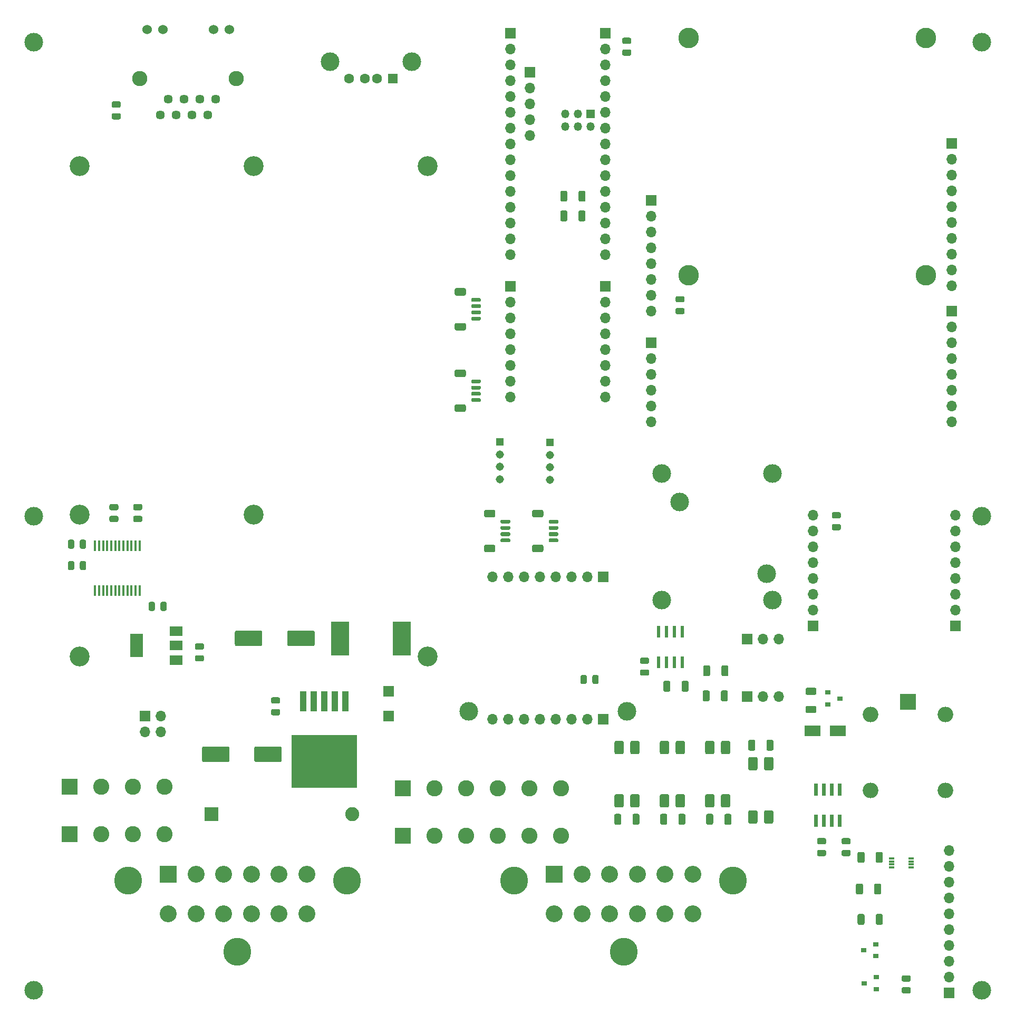
<source format=gbr>
%TF.GenerationSoftware,KiCad,Pcbnew,(5.1.10)-1*%
%TF.CreationDate,2022-08-04T08:13:07-06:00*%
%TF.ProjectId,AS14,41533134-2e6b-4696-9361-645f70636258,rev?*%
%TF.SameCoordinates,Original*%
%TF.FileFunction,Soldermask,Top*%
%TF.FilePolarity,Negative*%
%FSLAX46Y46*%
G04 Gerber Fmt 4.6, Leading zero omitted, Abs format (unit mm)*
G04 Created by KiCad (PCBNEW (5.1.10)-1) date 2022-08-04 08:13:07*
%MOMM*%
%LPD*%
G01*
G04 APERTURE LIST*
%ADD10C,3.300000*%
%ADD11C,4.485000*%
%ADD12C,2.715000*%
%ADD13R,2.715000X2.715000*%
%ADD14O,1.700000X1.700000*%
%ADD15R,1.700000X1.700000*%
%ADD16C,1.600000*%
%ADD17R,1.600000X1.500000*%
%ADD18C,3.000000*%
%ADD19R,0.900000X0.800000*%
%ADD20R,0.850000X0.300000*%
%ADD21R,2.000000X1.500000*%
%ADD22R,2.000000X3.800000*%
%ADD23C,2.999999*%
%ADD24C,3.200000*%
%ADD25R,0.450000X1.750000*%
%ADD26C,2.600000*%
%ADD27R,2.600000X2.600000*%
%ADD28O,2.500000X2.500000*%
%ADD29R,2.500000X2.500000*%
%ADD30R,1.800000X1.800000*%
%ADD31C,1.308000*%
%ADD32R,1.308000X1.308000*%
%ADD33C,2.445000*%
%ADD34C,1.530000*%
%ADD35C,1.446000*%
%ADD36R,2.250000X2.250000*%
%ADD37C,2.250000*%
%ADD38R,0.530000X1.980000*%
%ADD39R,2.500000X1.800000*%
%ADD40R,10.530000X8.460000*%
%ADD41R,1.050000X3.210000*%
%ADD42R,2.900000X5.400000*%
%ADD43O,1.350000X1.350000*%
%ADD44R,1.350000X1.350000*%
G04 APERTURE END LIST*
%TO.C,C18*%
G36*
G01*
X35796200Y-99459200D02*
X36746200Y-99459200D01*
G75*
G02*
X36996200Y-99709200I0J-250000D01*
G01*
X36996200Y-100209200D01*
G75*
G02*
X36746200Y-100459200I-250000J0D01*
G01*
X35796200Y-100459200D01*
G75*
G02*
X35546200Y-100209200I0J250000D01*
G01*
X35546200Y-99709200D01*
G75*
G02*
X35796200Y-99459200I250000J0D01*
G01*
G37*
G36*
G01*
X35796200Y-97559200D02*
X36746200Y-97559200D01*
G75*
G02*
X36996200Y-97809200I0J-250000D01*
G01*
X36996200Y-98309200D01*
G75*
G02*
X36746200Y-98559200I-250000J0D01*
G01*
X35796200Y-98559200D01*
G75*
G02*
X35546200Y-98309200I0J250000D01*
G01*
X35546200Y-97809200D01*
G75*
G02*
X35796200Y-97559200I250000J0D01*
G01*
G37*
%TD*%
%TO.C,C17*%
G36*
G01*
X153372800Y-153104000D02*
X154322800Y-153104000D01*
G75*
G02*
X154572800Y-153354000I0J-250000D01*
G01*
X154572800Y-153854000D01*
G75*
G02*
X154322800Y-154104000I-250000J0D01*
G01*
X153372800Y-154104000D01*
G75*
G02*
X153122800Y-153854000I0J250000D01*
G01*
X153122800Y-153354000D01*
G75*
G02*
X153372800Y-153104000I250000J0D01*
G01*
G37*
G36*
G01*
X153372800Y-151204000D02*
X154322800Y-151204000D01*
G75*
G02*
X154572800Y-151454000I0J-250000D01*
G01*
X154572800Y-151954000D01*
G75*
G02*
X154322800Y-152204000I-250000J0D01*
G01*
X153372800Y-152204000D01*
G75*
G02*
X153122800Y-151954000I0J250000D01*
G01*
X153122800Y-151454000D01*
G75*
G02*
X153372800Y-151204000I250000J0D01*
G01*
G37*
%TD*%
%TO.C,U7*%
G36*
G01*
X152548400Y-147413000D02*
X153064400Y-147413000D01*
G75*
G02*
X153106400Y-147455000I0J-42000D01*
G01*
X153106400Y-149341000D01*
G75*
G02*
X153064400Y-149383000I-42000J0D01*
G01*
X152548400Y-149383000D01*
G75*
G02*
X152506400Y-149341000I0J42000D01*
G01*
X152506400Y-147455000D01*
G75*
G02*
X152548400Y-147413000I42000J0D01*
G01*
G37*
G36*
G01*
X151278400Y-147413000D02*
X151794400Y-147413000D01*
G75*
G02*
X151836400Y-147455000I0J-42000D01*
G01*
X151836400Y-149341000D01*
G75*
G02*
X151794400Y-149383000I-42000J0D01*
G01*
X151278400Y-149383000D01*
G75*
G02*
X151236400Y-149341000I0J42000D01*
G01*
X151236400Y-147455000D01*
G75*
G02*
X151278400Y-147413000I42000J0D01*
G01*
G37*
G36*
G01*
X150008400Y-147413000D02*
X150524400Y-147413000D01*
G75*
G02*
X150566400Y-147455000I0J-42000D01*
G01*
X150566400Y-149341000D01*
G75*
G02*
X150524400Y-149383000I-42000J0D01*
G01*
X150008400Y-149383000D01*
G75*
G02*
X149966400Y-149341000I0J42000D01*
G01*
X149966400Y-147455000D01*
G75*
G02*
X150008400Y-147413000I42000J0D01*
G01*
G37*
G36*
G01*
X148738400Y-147413000D02*
X149254400Y-147413000D01*
G75*
G02*
X149296400Y-147455000I0J-42000D01*
G01*
X149296400Y-149341000D01*
G75*
G02*
X149254400Y-149383000I-42000J0D01*
G01*
X148738400Y-149383000D01*
G75*
G02*
X148696400Y-149341000I0J42000D01*
G01*
X148696400Y-147455000D01*
G75*
G02*
X148738400Y-147413000I42000J0D01*
G01*
G37*
G36*
G01*
X148738400Y-142463000D02*
X149254400Y-142463000D01*
G75*
G02*
X149296400Y-142505000I0J-42000D01*
G01*
X149296400Y-144391000D01*
G75*
G02*
X149254400Y-144433000I-42000J0D01*
G01*
X148738400Y-144433000D01*
G75*
G02*
X148696400Y-144391000I0J42000D01*
G01*
X148696400Y-142505000D01*
G75*
G02*
X148738400Y-142463000I42000J0D01*
G01*
G37*
G36*
G01*
X150008400Y-142463000D02*
X150524400Y-142463000D01*
G75*
G02*
X150566400Y-142505000I0J-42000D01*
G01*
X150566400Y-144391000D01*
G75*
G02*
X150524400Y-144433000I-42000J0D01*
G01*
X150008400Y-144433000D01*
G75*
G02*
X149966400Y-144391000I0J42000D01*
G01*
X149966400Y-142505000D01*
G75*
G02*
X150008400Y-142463000I42000J0D01*
G01*
G37*
G36*
G01*
X151278400Y-142463000D02*
X151794400Y-142463000D01*
G75*
G02*
X151836400Y-142505000I0J-42000D01*
G01*
X151836400Y-144391000D01*
G75*
G02*
X151794400Y-144433000I-42000J0D01*
G01*
X151278400Y-144433000D01*
G75*
G02*
X151236400Y-144391000I0J42000D01*
G01*
X151236400Y-142505000D01*
G75*
G02*
X151278400Y-142463000I42000J0D01*
G01*
G37*
G36*
G01*
X152548400Y-142463000D02*
X153064400Y-142463000D01*
G75*
G02*
X153106400Y-142505000I0J-42000D01*
G01*
X153106400Y-144391000D01*
G75*
G02*
X153064400Y-144433000I-42000J0D01*
G01*
X152548400Y-144433000D01*
G75*
G02*
X152506400Y-144391000I0J42000D01*
G01*
X152506400Y-142505000D01*
G75*
G02*
X152548400Y-142463000I42000J0D01*
G01*
G37*
%TD*%
D10*
%TO.C,REF\u002A\u002A*%
X128540000Y-60833000D03*
X128540000Y-22733000D03*
X166640000Y-22733000D03*
X166640000Y-60833000D03*
%TD*%
D11*
%TO.C,J28*%
X135655000Y-157992000D03*
X118115000Y-169422000D03*
X100575000Y-157992000D03*
D12*
X107000000Y-163322000D03*
X111445000Y-163322000D03*
X115890000Y-163322000D03*
X120340000Y-163322000D03*
X124785000Y-163322000D03*
X129230000Y-163322000D03*
X129230000Y-156972000D03*
X124785000Y-156972000D03*
X120340000Y-156972000D03*
X115890000Y-156972000D03*
X111445000Y-156972000D03*
D13*
X107000000Y-156972000D03*
%TD*%
D14*
%TO.C,J6*%
X103035600Y-38404800D03*
X103035600Y-35864800D03*
X103035600Y-33324800D03*
X103035600Y-30784800D03*
D15*
X103035600Y-28244800D03*
%TD*%
D16*
%TO.C,J5*%
X74051400Y-29260800D03*
X76551400Y-29260800D03*
X78551400Y-29260800D03*
D17*
X81051400Y-29260800D03*
D18*
X70981400Y-26550800D03*
X84121400Y-26550800D03*
%TD*%
D11*
%TO.C,J7*%
X73655000Y-157992000D03*
X56115000Y-169422000D03*
X38575000Y-157992000D03*
D12*
X45000000Y-163322000D03*
X49445000Y-163322000D03*
X53890000Y-163322000D03*
X58340000Y-163322000D03*
X62785000Y-163322000D03*
X67230000Y-163322000D03*
X67230000Y-156972000D03*
X62785000Y-156972000D03*
X58340000Y-156972000D03*
X53890000Y-156972000D03*
X49445000Y-156972000D03*
D13*
X45000000Y-156972000D03*
%TD*%
D19*
%TO.C,D2*%
X156734000Y-174498000D03*
X158734000Y-173548000D03*
X158734000Y-175448000D03*
%TD*%
%TO.C,R8*%
G36*
G01*
X133818200Y-124958001D02*
X133818200Y-123707999D01*
G75*
G02*
X134068199Y-123458000I249999J0D01*
G01*
X134693201Y-123458000D01*
G75*
G02*
X134943200Y-123707999I0J-249999D01*
G01*
X134943200Y-124958001D01*
G75*
G02*
X134693201Y-125208000I-249999J0D01*
G01*
X134068199Y-125208000D01*
G75*
G02*
X133818200Y-124958001I0J249999D01*
G01*
G37*
G36*
G01*
X130893200Y-124958001D02*
X130893200Y-123707999D01*
G75*
G02*
X131143199Y-123458000I249999J0D01*
G01*
X131768201Y-123458000D01*
G75*
G02*
X132018200Y-123707999I0J-249999D01*
G01*
X132018200Y-124958001D01*
G75*
G02*
X131768201Y-125208000I-249999J0D01*
G01*
X131143199Y-125208000D01*
G75*
G02*
X130893200Y-124958001I0J249999D01*
G01*
G37*
%TD*%
%TO.C,R5*%
G36*
G01*
X133742000Y-128996601D02*
X133742000Y-127746599D01*
G75*
G02*
X133991999Y-127496600I249999J0D01*
G01*
X134617001Y-127496600D01*
G75*
G02*
X134867000Y-127746599I0J-249999D01*
G01*
X134867000Y-128996601D01*
G75*
G02*
X134617001Y-129246600I-249999J0D01*
G01*
X133991999Y-129246600D01*
G75*
G02*
X133742000Y-128996601I0J249999D01*
G01*
G37*
G36*
G01*
X130817000Y-128996601D02*
X130817000Y-127746599D01*
G75*
G02*
X131066999Y-127496600I249999J0D01*
G01*
X131692001Y-127496600D01*
G75*
G02*
X131942000Y-127746599I0J-249999D01*
G01*
X131942000Y-128996601D01*
G75*
G02*
X131692001Y-129246600I-249999J0D01*
G01*
X131066999Y-129246600D01*
G75*
G02*
X130817000Y-128996601I0J249999D01*
G01*
G37*
%TD*%
%TO.C,R4*%
G36*
G01*
X158608600Y-164886801D02*
X158608600Y-163636799D01*
G75*
G02*
X158858599Y-163386800I249999J0D01*
G01*
X159483601Y-163386800D01*
G75*
G02*
X159733600Y-163636799I0J-249999D01*
G01*
X159733600Y-164886801D01*
G75*
G02*
X159483601Y-165136800I-249999J0D01*
G01*
X158858599Y-165136800D01*
G75*
G02*
X158608600Y-164886801I0J249999D01*
G01*
G37*
G36*
G01*
X155683600Y-164886801D02*
X155683600Y-163636799D01*
G75*
G02*
X155933599Y-163386800I249999J0D01*
G01*
X156558601Y-163386800D01*
G75*
G02*
X156808600Y-163636799I0J-249999D01*
G01*
X156808600Y-164886801D01*
G75*
G02*
X156558601Y-165136800I-249999J0D01*
G01*
X155933599Y-165136800D01*
G75*
G02*
X155683600Y-164886801I0J249999D01*
G01*
G37*
%TD*%
%TO.C,R3*%
G36*
G01*
X158608600Y-154930001D02*
X158608600Y-153679999D01*
G75*
G02*
X158858599Y-153430000I249999J0D01*
G01*
X159483601Y-153430000D01*
G75*
G02*
X159733600Y-153679999I0J-249999D01*
G01*
X159733600Y-154930001D01*
G75*
G02*
X159483601Y-155180000I-249999J0D01*
G01*
X158858599Y-155180000D01*
G75*
G02*
X158608600Y-154930001I0J249999D01*
G01*
G37*
G36*
G01*
X155683600Y-154930001D02*
X155683600Y-153679999D01*
G75*
G02*
X155933599Y-153430000I249999J0D01*
G01*
X156558601Y-153430000D01*
G75*
G02*
X156808600Y-153679999I0J-249999D01*
G01*
X156808600Y-154930001D01*
G75*
G02*
X156558601Y-155180000I-249999J0D01*
G01*
X155933599Y-155180000D01*
G75*
G02*
X155683600Y-154930001I0J249999D01*
G01*
G37*
%TD*%
%TO.C,R2*%
G36*
G01*
X158354600Y-160010001D02*
X158354600Y-158759999D01*
G75*
G02*
X158604599Y-158510000I249999J0D01*
G01*
X159229601Y-158510000D01*
G75*
G02*
X159479600Y-158759999I0J-249999D01*
G01*
X159479600Y-160010001D01*
G75*
G02*
X159229601Y-160260000I-249999J0D01*
G01*
X158604599Y-160260000D01*
G75*
G02*
X158354600Y-160010001I0J249999D01*
G01*
G37*
G36*
G01*
X155429600Y-160010001D02*
X155429600Y-158759999D01*
G75*
G02*
X155679599Y-158510000I249999J0D01*
G01*
X156304601Y-158510000D01*
G75*
G02*
X156554600Y-158759999I0J-249999D01*
G01*
X156554600Y-160010001D01*
G75*
G02*
X156304601Y-160260000I-249999J0D01*
G01*
X155679599Y-160260000D01*
G75*
G02*
X155429600Y-160010001I0J249999D01*
G01*
G37*
%TD*%
D20*
%TO.C,IC3*%
X164312800Y-155944000D03*
X164312800Y-155444000D03*
X164312800Y-154944000D03*
X164312800Y-154444000D03*
X161162800Y-154444000D03*
X161162800Y-154944000D03*
X161162800Y-155444000D03*
X161162800Y-155944000D03*
%TD*%
D19*
%TO.C,D4*%
X156632400Y-169189400D03*
X158632400Y-168239400D03*
X158632400Y-170139400D03*
%TD*%
%TO.C,C5*%
G36*
G01*
X163974800Y-174251200D02*
X163024800Y-174251200D01*
G75*
G02*
X162774800Y-174001200I0J250000D01*
G01*
X162774800Y-173501200D01*
G75*
G02*
X163024800Y-173251200I250000J0D01*
G01*
X163974800Y-173251200D01*
G75*
G02*
X164224800Y-173501200I0J-250000D01*
G01*
X164224800Y-174001200D01*
G75*
G02*
X163974800Y-174251200I-250000J0D01*
G01*
G37*
G36*
G01*
X163974800Y-176151200D02*
X163024800Y-176151200D01*
G75*
G02*
X162774800Y-175901200I0J250000D01*
G01*
X162774800Y-175401200D01*
G75*
G02*
X163024800Y-175151200I250000J0D01*
G01*
X163974800Y-175151200D01*
G75*
G02*
X164224800Y-175401200I0J-250000D01*
G01*
X164224800Y-175901200D01*
G75*
G02*
X163974800Y-176151200I-250000J0D01*
G01*
G37*
%TD*%
D14*
%TO.C,J16*%
X143027400Y-119278400D03*
X140487400Y-119278400D03*
D15*
X137947400Y-119278400D03*
%TD*%
D14*
%TO.C,J17*%
X143027400Y-128498600D03*
X140487400Y-128498600D03*
D15*
X137947400Y-128498600D03*
%TD*%
%TO.C,C16*%
G36*
G01*
X149435800Y-153104000D02*
X150385800Y-153104000D01*
G75*
G02*
X150635800Y-153354000I0J-250000D01*
G01*
X150635800Y-153854000D01*
G75*
G02*
X150385800Y-154104000I-250000J0D01*
G01*
X149435800Y-154104000D01*
G75*
G02*
X149185800Y-153854000I0J250000D01*
G01*
X149185800Y-153354000D01*
G75*
G02*
X149435800Y-153104000I250000J0D01*
G01*
G37*
G36*
G01*
X149435800Y-151204000D02*
X150385800Y-151204000D01*
G75*
G02*
X150635800Y-151454000I0J-250000D01*
G01*
X150635800Y-151954000D01*
G75*
G02*
X150385800Y-152204000I-250000J0D01*
G01*
X149435800Y-152204000D01*
G75*
G02*
X149185800Y-151954000I0J250000D01*
G01*
X149185800Y-151454000D01*
G75*
G02*
X149435800Y-151204000I250000J0D01*
G01*
G37*
%TD*%
D21*
%TO.C,IC1*%
X46253800Y-122594400D03*
X46253800Y-117994400D03*
X46253800Y-120294400D03*
D22*
X39953800Y-120294400D03*
%TD*%
D18*
%TO.C,M1*%
X141127600Y-108726000D03*
X127127600Y-97226000D03*
%TD*%
%TO.C,C11*%
G36*
G01*
X118143000Y-24580000D02*
X119093000Y-24580000D01*
G75*
G02*
X119343000Y-24830000I0J-250000D01*
G01*
X119343000Y-25330000D01*
G75*
G02*
X119093000Y-25580000I-250000J0D01*
G01*
X118143000Y-25580000D01*
G75*
G02*
X117893000Y-25330000I0J250000D01*
G01*
X117893000Y-24830000D01*
G75*
G02*
X118143000Y-24580000I250000J0D01*
G01*
G37*
G36*
G01*
X118143000Y-22680000D02*
X119093000Y-22680000D01*
G75*
G02*
X119343000Y-22930000I0J-250000D01*
G01*
X119343000Y-23430000D01*
G75*
G02*
X119093000Y-23680000I-250000J0D01*
G01*
X118143000Y-23680000D01*
G75*
G02*
X117893000Y-23430000I0J250000D01*
G01*
X117893000Y-22930000D01*
G75*
G02*
X118143000Y-22680000I250000J0D01*
G01*
G37*
%TD*%
D23*
%TO.C,REF\u002A\u002A*%
X124256800Y-92684600D03*
X142036800Y-92684600D03*
X142036800Y-113004600D03*
X124256800Y-113004600D03*
%TD*%
D18*
%TO.C,REF\u002A\u002A*%
X93245000Y-130837000D03*
X118645000Y-130837000D03*
%TD*%
%TO.C, *%
X175641000Y-175641000D03*
%TD*%
%TO.C, *%
X175641000Y-99504500D03*
%TD*%
%TO.C, *%
X175641000Y-23368000D03*
%TD*%
%TO.C, *%
X23368000Y-175641000D03*
%TD*%
%TO.C, *%
X23368000Y-99504500D03*
%TD*%
%TO.C, *%
X23368000Y-23368000D03*
%TD*%
D24*
%TO.C,REF\u002A\u002A*%
X58746000Y-43266000D03*
X58746000Y-99266000D03*
X30746000Y-99266000D03*
X30746000Y-43266000D03*
X86626000Y-43266000D03*
X86626000Y-122006000D03*
X30746000Y-122006000D03*
%TD*%
D14*
%TO.C,J11*%
X170383200Y-153187400D03*
X170383200Y-155727400D03*
X170383200Y-158267400D03*
X170383200Y-160807400D03*
X170383200Y-163347400D03*
X170383200Y-165887400D03*
X170383200Y-168427400D03*
X170383200Y-170967400D03*
X170383200Y-173507400D03*
D15*
X170383200Y-176047400D03*
%TD*%
%TO.C,C12*%
G36*
G01*
X126702800Y-66083600D02*
X127652800Y-66083600D01*
G75*
G02*
X127902800Y-66333600I0J-250000D01*
G01*
X127902800Y-66833600D01*
G75*
G02*
X127652800Y-67083600I-250000J0D01*
G01*
X126702800Y-67083600D01*
G75*
G02*
X126452800Y-66833600I0J250000D01*
G01*
X126452800Y-66333600D01*
G75*
G02*
X126702800Y-66083600I250000J0D01*
G01*
G37*
G36*
G01*
X126702800Y-64183600D02*
X127652800Y-64183600D01*
G75*
G02*
X127902800Y-64433600I0J-250000D01*
G01*
X127902800Y-64933600D01*
G75*
G02*
X127652800Y-65183600I-250000J0D01*
G01*
X126702800Y-65183600D01*
G75*
G02*
X126452800Y-64933600I0J250000D01*
G01*
X126452800Y-64433600D01*
G75*
G02*
X126702800Y-64183600I250000J0D01*
G01*
G37*
%TD*%
D14*
%TO.C,J23*%
X97025460Y-109273100D03*
X99565460Y-109273100D03*
X102105460Y-109273100D03*
X104645460Y-109273100D03*
X107185460Y-109273100D03*
X109725460Y-109273100D03*
X112265460Y-109273100D03*
D15*
X114805460Y-109273100D03*
%TD*%
%TO.C,C3*%
G36*
G01*
X29903000Y-106967000D02*
X29903000Y-107917000D01*
G75*
G02*
X29653000Y-108167000I-250000J0D01*
G01*
X29153000Y-108167000D01*
G75*
G02*
X28903000Y-107917000I0J250000D01*
G01*
X28903000Y-106967000D01*
G75*
G02*
X29153000Y-106717000I250000J0D01*
G01*
X29653000Y-106717000D01*
G75*
G02*
X29903000Y-106967000I0J-250000D01*
G01*
G37*
G36*
G01*
X31803000Y-106967000D02*
X31803000Y-107917000D01*
G75*
G02*
X31553000Y-108167000I-250000J0D01*
G01*
X31053000Y-108167000D01*
G75*
G02*
X30803000Y-107917000I0J250000D01*
G01*
X30803000Y-106967000D01*
G75*
G02*
X31053000Y-106717000I250000J0D01*
G01*
X31553000Y-106717000D01*
G75*
G02*
X31803000Y-106967000I0J-250000D01*
G01*
G37*
%TD*%
D25*
%TO.C,U1*%
X33255000Y-104223000D03*
X33905000Y-104223000D03*
X34555000Y-104223000D03*
X35205000Y-104223000D03*
X35855000Y-104223000D03*
X36505000Y-104223000D03*
X37155000Y-104223000D03*
X37805000Y-104223000D03*
X38455000Y-104223000D03*
X39105000Y-104223000D03*
X39755000Y-104223000D03*
X40405000Y-104223000D03*
X40405000Y-111423000D03*
X39755000Y-111423000D03*
X39105000Y-111423000D03*
X38455000Y-111423000D03*
X37805000Y-111423000D03*
X37155000Y-111423000D03*
X36505000Y-111423000D03*
X35855000Y-111423000D03*
X35205000Y-111423000D03*
X34555000Y-111423000D03*
X33905000Y-111423000D03*
X33255000Y-111423000D03*
%TD*%
%TO.C,C2*%
G36*
G01*
X29903000Y-103538000D02*
X29903000Y-104488000D01*
G75*
G02*
X29653000Y-104738000I-250000J0D01*
G01*
X29153000Y-104738000D01*
G75*
G02*
X28903000Y-104488000I0J250000D01*
G01*
X28903000Y-103538000D01*
G75*
G02*
X29153000Y-103288000I250000J0D01*
G01*
X29653000Y-103288000D01*
G75*
G02*
X29903000Y-103538000I0J-250000D01*
G01*
G37*
G36*
G01*
X31803000Y-103538000D02*
X31803000Y-104488000D01*
G75*
G02*
X31553000Y-104738000I-250000J0D01*
G01*
X31053000Y-104738000D01*
G75*
G02*
X30803000Y-104488000I0J250000D01*
G01*
X30803000Y-103538000D01*
G75*
G02*
X31053000Y-103288000I250000J0D01*
G01*
X31553000Y-103288000D01*
G75*
G02*
X31803000Y-103538000I0J-250000D01*
G01*
G37*
%TD*%
%TO.C,C1*%
G36*
G01*
X39631600Y-99459200D02*
X40581600Y-99459200D01*
G75*
G02*
X40831600Y-99709200I0J-250000D01*
G01*
X40831600Y-100209200D01*
G75*
G02*
X40581600Y-100459200I-250000J0D01*
G01*
X39631600Y-100459200D01*
G75*
G02*
X39381600Y-100209200I0J250000D01*
G01*
X39381600Y-99709200D01*
G75*
G02*
X39631600Y-99459200I250000J0D01*
G01*
G37*
G36*
G01*
X39631600Y-97559200D02*
X40581600Y-97559200D01*
G75*
G02*
X40831600Y-97809200I0J-250000D01*
G01*
X40831600Y-98309200D01*
G75*
G02*
X40581600Y-98559200I-250000J0D01*
G01*
X39631600Y-98559200D01*
G75*
G02*
X39381600Y-98309200I0J250000D01*
G01*
X39381600Y-97809200D01*
G75*
G02*
X39631600Y-97559200I250000J0D01*
G01*
G37*
%TD*%
%TO.C,C15*%
G36*
G01*
X113099000Y-126205000D02*
X113099000Y-125255000D01*
G75*
G02*
X113349000Y-125005000I250000J0D01*
G01*
X113849000Y-125005000D01*
G75*
G02*
X114099000Y-125255000I0J-250000D01*
G01*
X114099000Y-126205000D01*
G75*
G02*
X113849000Y-126455000I-250000J0D01*
G01*
X113349000Y-126455000D01*
G75*
G02*
X113099000Y-126205000I0J250000D01*
G01*
G37*
G36*
G01*
X111199000Y-126205000D02*
X111199000Y-125255000D01*
G75*
G02*
X111449000Y-125005000I250000J0D01*
G01*
X111949000Y-125005000D01*
G75*
G02*
X112199000Y-125255000I0J-250000D01*
G01*
X112199000Y-126205000D01*
G75*
G02*
X111949000Y-126455000I-250000J0D01*
G01*
X111449000Y-126455000D01*
G75*
G02*
X111199000Y-126205000I0J250000D01*
G01*
G37*
%TD*%
%TO.C,R9*%
G36*
G01*
X125617400Y-126197199D02*
X125617400Y-127447201D01*
G75*
G02*
X125367401Y-127697200I-249999J0D01*
G01*
X124742399Y-127697200D01*
G75*
G02*
X124492400Y-127447201I0J249999D01*
G01*
X124492400Y-126197199D01*
G75*
G02*
X124742399Y-125947200I249999J0D01*
G01*
X125367401Y-125947200D01*
G75*
G02*
X125617400Y-126197199I0J-249999D01*
G01*
G37*
G36*
G01*
X128542400Y-126197199D02*
X128542400Y-127447201D01*
G75*
G02*
X128292401Y-127697200I-249999J0D01*
G01*
X127667399Y-127697200D01*
G75*
G02*
X127417400Y-127447201I0J249999D01*
G01*
X127417400Y-126197199D01*
G75*
G02*
X127667399Y-125947200I249999J0D01*
G01*
X128292401Y-125947200D01*
G75*
G02*
X128542400Y-126197199I0J-249999D01*
G01*
G37*
%TD*%
D26*
%TO.C,KF2*%
X108038900Y-143178400D03*
X108038900Y-150798400D03*
X102958900Y-143178400D03*
X102958900Y-150798400D03*
X97878900Y-143178400D03*
X97878900Y-150798400D03*
X92798900Y-143178400D03*
X92798900Y-150798400D03*
X87718900Y-143178400D03*
X87718900Y-150798400D03*
D27*
X82638900Y-143178400D03*
X82638900Y-150798400D03*
%TD*%
D26*
%TO.C,KF1*%
X44373800Y-142949800D03*
X44373800Y-150569800D03*
X39293800Y-142949800D03*
X39293800Y-150569800D03*
X34213800Y-142949800D03*
X34213800Y-150569800D03*
D27*
X29133800Y-142949800D03*
X29133800Y-150569800D03*
%TD*%
D28*
%TO.C,K1*%
X169753800Y-131336800D03*
X169753800Y-143536800D03*
X157753800Y-143536800D03*
X157753800Y-131336800D03*
D29*
X163753800Y-129336800D03*
%TD*%
D30*
%TO.C,D3*%
X80365600Y-131616200D03*
X80365600Y-127616200D03*
%TD*%
D31*
%TO.C,J2*%
X106299000Y-93678000D03*
X106299000Y-91678000D03*
X106299000Y-89678000D03*
D32*
X106299000Y-87678000D03*
%TD*%
D15*
%TO.C,J8*%
X41249600Y-131572000D03*
D14*
X41249600Y-134112000D03*
X43789600Y-131572000D03*
X43789600Y-134112000D03*
%TD*%
D33*
%TO.C,J9*%
X40464200Y-29288200D03*
X55954200Y-29288200D03*
D34*
X41584200Y-21338200D03*
X44124200Y-21338200D03*
X52294200Y-21338200D03*
X54834200Y-21338200D03*
D35*
X43764200Y-35128200D03*
X45034200Y-32588200D03*
X46304200Y-35128200D03*
X47574200Y-32588200D03*
X48844200Y-35128200D03*
X50114200Y-32588200D03*
X51384200Y-35128200D03*
X52654200Y-32588200D03*
%TD*%
%TO.C,R1*%
G36*
G01*
X147583998Y-129997500D02*
X148834002Y-129997500D01*
G75*
G02*
X149084000Y-130247498I0J-249998D01*
G01*
X149084000Y-130872502D01*
G75*
G02*
X148834002Y-131122500I-249998J0D01*
G01*
X147583998Y-131122500D01*
G75*
G02*
X147334000Y-130872502I0J249998D01*
G01*
X147334000Y-130247498D01*
G75*
G02*
X147583998Y-129997500I249998J0D01*
G01*
G37*
G36*
G01*
X147583998Y-127072500D02*
X148834002Y-127072500D01*
G75*
G02*
X149084000Y-127322498I0J-249998D01*
G01*
X149084000Y-127947502D01*
G75*
G02*
X148834002Y-128197500I-249998J0D01*
G01*
X147583998Y-128197500D01*
G75*
G02*
X147334000Y-127947502I0J249998D01*
G01*
X147334000Y-127322498D01*
G75*
G02*
X147583998Y-127072500I249998J0D01*
G01*
G37*
%TD*%
%TO.C,R11*%
G36*
G01*
X132500800Y-147558598D02*
X132500800Y-148808602D01*
G75*
G02*
X132250802Y-149058600I-249998J0D01*
G01*
X131625798Y-149058600D01*
G75*
G02*
X131375800Y-148808602I0J249998D01*
G01*
X131375800Y-147558598D01*
G75*
G02*
X131625798Y-147308600I249998J0D01*
G01*
X132250802Y-147308600D01*
G75*
G02*
X132500800Y-147558598I0J-249998D01*
G01*
G37*
G36*
G01*
X135425800Y-147558598D02*
X135425800Y-148808602D01*
G75*
G02*
X135175802Y-149058600I-249998J0D01*
G01*
X134550798Y-149058600D01*
G75*
G02*
X134300800Y-148808602I0J249998D01*
G01*
X134300800Y-147558598D01*
G75*
G02*
X134550798Y-147308600I249998J0D01*
G01*
X135175802Y-147308600D01*
G75*
G02*
X135425800Y-147558598I0J-249998D01*
G01*
G37*
%TD*%
%TO.C,R12*%
G36*
G01*
X125122100Y-147558598D02*
X125122100Y-148808602D01*
G75*
G02*
X124872102Y-149058600I-249998J0D01*
G01*
X124247098Y-149058600D01*
G75*
G02*
X123997100Y-148808602I0J249998D01*
G01*
X123997100Y-147558598D01*
G75*
G02*
X124247098Y-147308600I249998J0D01*
G01*
X124872102Y-147308600D01*
G75*
G02*
X125122100Y-147558598I0J-249998D01*
G01*
G37*
G36*
G01*
X128047100Y-147558598D02*
X128047100Y-148808602D01*
G75*
G02*
X127797102Y-149058600I-249998J0D01*
G01*
X127172098Y-149058600D01*
G75*
G02*
X126922100Y-148808602I0J249998D01*
G01*
X126922100Y-147558598D01*
G75*
G02*
X127172098Y-147308600I249998J0D01*
G01*
X127797102Y-147308600D01*
G75*
G02*
X128047100Y-147558598I0J-249998D01*
G01*
G37*
%TD*%
%TO.C,R13*%
G36*
G01*
X117743400Y-147558598D02*
X117743400Y-148808602D01*
G75*
G02*
X117493402Y-149058600I-249998J0D01*
G01*
X116868398Y-149058600D01*
G75*
G02*
X116618400Y-148808602I0J249998D01*
G01*
X116618400Y-147558598D01*
G75*
G02*
X116868398Y-147308600I249998J0D01*
G01*
X117493402Y-147308600D01*
G75*
G02*
X117743400Y-147558598I0J-249998D01*
G01*
G37*
G36*
G01*
X120668400Y-147558598D02*
X120668400Y-148808602D01*
G75*
G02*
X120418402Y-149058600I-249998J0D01*
G01*
X119793398Y-149058600D01*
G75*
G02*
X119543400Y-148808602I0J249998D01*
G01*
X119543400Y-147558598D01*
G75*
G02*
X119793398Y-147308600I249998J0D01*
G01*
X120418402Y-147308600D01*
G75*
G02*
X120668400Y-147558598I0J-249998D01*
G01*
G37*
%TD*%
D36*
%TO.C,D5*%
X51943000Y-147320000D03*
D37*
X74543000Y-147320000D03*
%TD*%
%TO.C,R6*%
G36*
G01*
X109082000Y-47507997D02*
X109082000Y-48758003D01*
G75*
G02*
X108832003Y-49008000I-249997J0D01*
G01*
X108206997Y-49008000D01*
G75*
G02*
X107957000Y-48758003I0J249997D01*
G01*
X107957000Y-47507997D01*
G75*
G02*
X108206997Y-47258000I249997J0D01*
G01*
X108832003Y-47258000D01*
G75*
G02*
X109082000Y-47507997I0J-249997D01*
G01*
G37*
G36*
G01*
X112007000Y-47507997D02*
X112007000Y-48758003D01*
G75*
G02*
X111757003Y-49008000I-249997J0D01*
G01*
X111131997Y-49008000D01*
G75*
G02*
X110882000Y-48758003I0J249997D01*
G01*
X110882000Y-47507997D01*
G75*
G02*
X111131997Y-47258000I249997J0D01*
G01*
X111757003Y-47258000D01*
G75*
G02*
X112007000Y-47507997I0J-249997D01*
G01*
G37*
%TD*%
%TO.C,R7*%
G36*
G01*
X109082000Y-50682997D02*
X109082000Y-51933003D01*
G75*
G02*
X108832003Y-52183000I-249997J0D01*
G01*
X108206997Y-52183000D01*
G75*
G02*
X107957000Y-51933003I0J249997D01*
G01*
X107957000Y-50682997D01*
G75*
G02*
X108206997Y-50433000I249997J0D01*
G01*
X108832003Y-50433000D01*
G75*
G02*
X109082000Y-50682997I0J-249997D01*
G01*
G37*
G36*
G01*
X112007000Y-50682997D02*
X112007000Y-51933003D01*
G75*
G02*
X111757003Y-52183000I-249997J0D01*
G01*
X111131997Y-52183000D01*
G75*
G02*
X110882000Y-51933003I0J249997D01*
G01*
X110882000Y-50682997D01*
G75*
G02*
X111131997Y-50433000I249997J0D01*
G01*
X111757003Y-50433000D01*
G75*
G02*
X112007000Y-50682997I0J-249997D01*
G01*
G37*
%TD*%
%TO.C,C4*%
G36*
G01*
X36177200Y-34816200D02*
X37127200Y-34816200D01*
G75*
G02*
X37377200Y-35066200I0J-250000D01*
G01*
X37377200Y-35566200D01*
G75*
G02*
X37127200Y-35816200I-250000J0D01*
G01*
X36177200Y-35816200D01*
G75*
G02*
X35927200Y-35566200I0J250000D01*
G01*
X35927200Y-35066200D01*
G75*
G02*
X36177200Y-34816200I250000J0D01*
G01*
G37*
G36*
G01*
X36177200Y-32916200D02*
X37127200Y-32916200D01*
G75*
G02*
X37377200Y-33166200I0J-250000D01*
G01*
X37377200Y-33666200D01*
G75*
G02*
X37127200Y-33916200I-250000J0D01*
G01*
X36177200Y-33916200D01*
G75*
G02*
X35927200Y-33666200I0J250000D01*
G01*
X35927200Y-33166200D01*
G75*
G02*
X36177200Y-32916200I250000J0D01*
G01*
G37*
%TD*%
D14*
%TO.C,J15*%
X115224800Y-80365600D03*
X115224800Y-77825600D03*
X115224800Y-75285600D03*
X115224800Y-72745600D03*
X115224800Y-70205600D03*
X115224800Y-67665600D03*
X115224800Y-65125600D03*
D15*
X115224800Y-62585600D03*
%TD*%
D38*
%TO.C,U2*%
X127584200Y-122988000D03*
X126314200Y-122988000D03*
X125044200Y-122988000D03*
X123774200Y-122988000D03*
X123774200Y-118058000D03*
X125044200Y-118058000D03*
X126314200Y-118058000D03*
X127584200Y-118058000D03*
%TD*%
%TO.C,C6*%
G36*
G01*
X49537600Y-121846800D02*
X50487600Y-121846800D01*
G75*
G02*
X50737600Y-122096800I0J-250000D01*
G01*
X50737600Y-122596800D01*
G75*
G02*
X50487600Y-122846800I-250000J0D01*
G01*
X49537600Y-122846800D01*
G75*
G02*
X49287600Y-122596800I0J250000D01*
G01*
X49287600Y-122096800D01*
G75*
G02*
X49537600Y-121846800I250000J0D01*
G01*
G37*
G36*
G01*
X49537600Y-119946800D02*
X50487600Y-119946800D01*
G75*
G02*
X50737600Y-120196800I0J-250000D01*
G01*
X50737600Y-120696800D01*
G75*
G02*
X50487600Y-120946800I-250000J0D01*
G01*
X49537600Y-120946800D01*
G75*
G02*
X49287600Y-120696800I0J250000D01*
G01*
X49287600Y-120196800D01*
G75*
G02*
X49537600Y-119946800I250000J0D01*
G01*
G37*
%TD*%
D39*
%TO.C,D1*%
X148495000Y-133985000D03*
X152495000Y-133985000D03*
%TD*%
D40*
%TO.C,IC2*%
X70040500Y-138869300D03*
D41*
X66640500Y-129239300D03*
X68340500Y-129239300D03*
X70040500Y-129239300D03*
X71740500Y-129239300D03*
X73440500Y-129239300D03*
%TD*%
%TO.C,C8*%
G36*
G01*
X62705000Y-129598000D02*
X61755000Y-129598000D01*
G75*
G02*
X61505000Y-129348000I0J250000D01*
G01*
X61505000Y-128848000D01*
G75*
G02*
X61755000Y-128598000I250000J0D01*
G01*
X62705000Y-128598000D01*
G75*
G02*
X62955000Y-128848000I0J-250000D01*
G01*
X62955000Y-129348000D01*
G75*
G02*
X62705000Y-129598000I-250000J0D01*
G01*
G37*
G36*
G01*
X62705000Y-131498000D02*
X61755000Y-131498000D01*
G75*
G02*
X61505000Y-131248000I0J250000D01*
G01*
X61505000Y-130748000D01*
G75*
G02*
X61755000Y-130498000I250000J0D01*
G01*
X62705000Y-130498000D01*
G75*
G02*
X62955000Y-130748000I0J-250000D01*
G01*
X62955000Y-131248000D01*
G75*
G02*
X62705000Y-131498000I-250000J0D01*
G01*
G37*
%TD*%
D42*
%TO.C,L1*%
X72596200Y-119126000D03*
X82496200Y-119126000D03*
%TD*%
%TO.C,C10*%
G36*
G01*
X60103000Y-118126000D02*
X60103000Y-120126000D01*
G75*
G02*
X59853000Y-120376000I-250000J0D01*
G01*
X55953000Y-120376000D01*
G75*
G02*
X55703000Y-120126000I0J250000D01*
G01*
X55703000Y-118126000D01*
G75*
G02*
X55953000Y-117876000I250000J0D01*
G01*
X59853000Y-117876000D01*
G75*
G02*
X60103000Y-118126000I0J-250000D01*
G01*
G37*
G36*
G01*
X68503000Y-118126000D02*
X68503000Y-120126000D01*
G75*
G02*
X68253000Y-120376000I-250000J0D01*
G01*
X64353000Y-120376000D01*
G75*
G02*
X64103000Y-120126000I0J250000D01*
G01*
X64103000Y-118126000D01*
G75*
G02*
X64353000Y-117876000I250000J0D01*
G01*
X68253000Y-117876000D01*
G75*
G02*
X68503000Y-118126000I0J-250000D01*
G01*
G37*
%TD*%
%TO.C,C9*%
G36*
G01*
X54819800Y-136744200D02*
X54819800Y-138744200D01*
G75*
G02*
X54569800Y-138994200I-250000J0D01*
G01*
X50669800Y-138994200D01*
G75*
G02*
X50419800Y-138744200I0J250000D01*
G01*
X50419800Y-136744200D01*
G75*
G02*
X50669800Y-136494200I250000J0D01*
G01*
X54569800Y-136494200D01*
G75*
G02*
X54819800Y-136744200I0J-250000D01*
G01*
G37*
G36*
G01*
X63219800Y-136744200D02*
X63219800Y-138744200D01*
G75*
G02*
X62969800Y-138994200I-250000J0D01*
G01*
X59069800Y-138994200D01*
G75*
G02*
X58819800Y-138744200I0J250000D01*
G01*
X58819800Y-136744200D01*
G75*
G02*
X59069800Y-136494200I250000J0D01*
G01*
X62969800Y-136494200D01*
G75*
G02*
X63219800Y-136744200I0J-250000D01*
G01*
G37*
%TD*%
%TO.C,R10*%
G36*
G01*
X141057200Y-136921403D02*
X141057200Y-135671397D01*
G75*
G02*
X141307197Y-135421400I249997J0D01*
G01*
X141932203Y-135421400D01*
G75*
G02*
X142182200Y-135671397I0J-249997D01*
G01*
X142182200Y-136921403D01*
G75*
G02*
X141932203Y-137171400I-249997J0D01*
G01*
X141307197Y-137171400D01*
G75*
G02*
X141057200Y-136921403I0J249997D01*
G01*
G37*
G36*
G01*
X138132200Y-136921403D02*
X138132200Y-135671397D01*
G75*
G02*
X138382197Y-135421400I249997J0D01*
G01*
X139007203Y-135421400D01*
G75*
G02*
X139257200Y-135671397I0J-249997D01*
G01*
X139257200Y-136921403D01*
G75*
G02*
X139007203Y-137171400I-249997J0D01*
G01*
X138382197Y-137171400D01*
G75*
G02*
X138132200Y-136921403I0J249997D01*
G01*
G37*
%TD*%
%TO.C,U3*%
G36*
G01*
X140953600Y-146740400D02*
X141900800Y-146740400D01*
G75*
G02*
X142167200Y-147006800I0J-266400D01*
G01*
X142167200Y-148624000D01*
G75*
G02*
X141900800Y-148890400I-266400J0D01*
G01*
X140953600Y-148890400D01*
G75*
G02*
X140687200Y-148624000I0J266400D01*
G01*
X140687200Y-147006800D01*
G75*
G02*
X140953600Y-146740400I266400J0D01*
G01*
G37*
G36*
G01*
X138413600Y-146740400D02*
X139360800Y-146740400D01*
G75*
G02*
X139627200Y-147006800I0J-266400D01*
G01*
X139627200Y-148624000D01*
G75*
G02*
X139360800Y-148890400I-266400J0D01*
G01*
X138413600Y-148890400D01*
G75*
G02*
X138147200Y-148624000I0J266400D01*
G01*
X138147200Y-147006800D01*
G75*
G02*
X138413600Y-146740400I266400J0D01*
G01*
G37*
G36*
G01*
X138413600Y-138180400D02*
X139360800Y-138180400D01*
G75*
G02*
X139627200Y-138446800I0J-266400D01*
G01*
X139627200Y-140064000D01*
G75*
G02*
X139360800Y-140330400I-266400J0D01*
G01*
X138413600Y-140330400D01*
G75*
G02*
X138147200Y-140064000I0J266400D01*
G01*
X138147200Y-138446800D01*
G75*
G02*
X138413600Y-138180400I266400J0D01*
G01*
G37*
G36*
G01*
X140953600Y-138180400D02*
X141900800Y-138180400D01*
G75*
G02*
X142167200Y-138446800I0J-266400D01*
G01*
X142167200Y-140064000D01*
G75*
G02*
X141900800Y-140330400I-266400J0D01*
G01*
X140953600Y-140330400D01*
G75*
G02*
X140687200Y-140064000I0J266400D01*
G01*
X140687200Y-138446800D01*
G75*
G02*
X140953600Y-138180400I266400J0D01*
G01*
G37*
%TD*%
D14*
%TO.C,J22*%
X148522000Y-99362300D03*
X148522000Y-101902300D03*
X148522000Y-104442300D03*
X148522000Y-106982300D03*
X148522000Y-109522300D03*
X148522000Y-112062300D03*
X148522000Y-114602300D03*
D15*
X148522000Y-117142300D03*
%TD*%
D14*
%TO.C,J24*%
X171382000Y-99362300D03*
X171382000Y-101902300D03*
X171382000Y-104442300D03*
X171382000Y-106982300D03*
X171382000Y-109522300D03*
X171382000Y-112062300D03*
X171382000Y-114602300D03*
D15*
X171382000Y-117142300D03*
%TD*%
%TO.C,C14*%
G36*
G01*
X151798000Y-100780000D02*
X152748000Y-100780000D01*
G75*
G02*
X152998000Y-101030000I0J-250000D01*
G01*
X152998000Y-101530000D01*
G75*
G02*
X152748000Y-101780000I-250000J0D01*
G01*
X151798000Y-101780000D01*
G75*
G02*
X151548000Y-101530000I0J250000D01*
G01*
X151548000Y-101030000D01*
G75*
G02*
X151798000Y-100780000I250000J0D01*
G01*
G37*
G36*
G01*
X151798000Y-98880000D02*
X152748000Y-98880000D01*
G75*
G02*
X152998000Y-99130000I0J-250000D01*
G01*
X152998000Y-99630000D01*
G75*
G02*
X152748000Y-99880000I-250000J0D01*
G01*
X151798000Y-99880000D01*
G75*
G02*
X151548000Y-99630000I0J250000D01*
G01*
X151548000Y-99130000D01*
G75*
G02*
X151798000Y-98880000I250000J0D01*
G01*
G37*
%TD*%
%TO.C,U5*%
G36*
G01*
X125153733Y-137739600D02*
X124206533Y-137739600D01*
G75*
G02*
X123940133Y-137473200I0J266400D01*
G01*
X123940133Y-135856000D01*
G75*
G02*
X124206533Y-135589600I266400J0D01*
G01*
X125153733Y-135589600D01*
G75*
G02*
X125420133Y-135856000I0J-266400D01*
G01*
X125420133Y-137473200D01*
G75*
G02*
X125153733Y-137739600I-266400J0D01*
G01*
G37*
G36*
G01*
X127693733Y-137739600D02*
X126746533Y-137739600D01*
G75*
G02*
X126480133Y-137473200I0J266400D01*
G01*
X126480133Y-135856000D01*
G75*
G02*
X126746533Y-135589600I266400J0D01*
G01*
X127693733Y-135589600D01*
G75*
G02*
X127960133Y-135856000I0J-266400D01*
G01*
X127960133Y-137473200D01*
G75*
G02*
X127693733Y-137739600I-266400J0D01*
G01*
G37*
G36*
G01*
X127693733Y-146299600D02*
X126746533Y-146299600D01*
G75*
G02*
X126480133Y-146033200I0J266400D01*
G01*
X126480133Y-144416000D01*
G75*
G02*
X126746533Y-144149600I266400J0D01*
G01*
X127693733Y-144149600D01*
G75*
G02*
X127960133Y-144416000I0J-266400D01*
G01*
X127960133Y-146033200D01*
G75*
G02*
X127693733Y-146299600I-266400J0D01*
G01*
G37*
G36*
G01*
X125153733Y-146299600D02*
X124206533Y-146299600D01*
G75*
G02*
X123940133Y-146033200I0J266400D01*
G01*
X123940133Y-144416000D01*
G75*
G02*
X124206533Y-144149600I266400J0D01*
G01*
X125153733Y-144149600D01*
G75*
G02*
X125420133Y-144416000I0J-266400D01*
G01*
X125420133Y-146033200D01*
G75*
G02*
X125153733Y-146299600I-266400J0D01*
G01*
G37*
%TD*%
%TO.C,U6*%
G36*
G01*
X117872400Y-137739600D02*
X116925200Y-137739600D01*
G75*
G02*
X116658800Y-137473200I0J266400D01*
G01*
X116658800Y-135856000D01*
G75*
G02*
X116925200Y-135589600I266400J0D01*
G01*
X117872400Y-135589600D01*
G75*
G02*
X118138800Y-135856000I0J-266400D01*
G01*
X118138800Y-137473200D01*
G75*
G02*
X117872400Y-137739600I-266400J0D01*
G01*
G37*
G36*
G01*
X120412400Y-137739600D02*
X119465200Y-137739600D01*
G75*
G02*
X119198800Y-137473200I0J266400D01*
G01*
X119198800Y-135856000D01*
G75*
G02*
X119465200Y-135589600I266400J0D01*
G01*
X120412400Y-135589600D01*
G75*
G02*
X120678800Y-135856000I0J-266400D01*
G01*
X120678800Y-137473200D01*
G75*
G02*
X120412400Y-137739600I-266400J0D01*
G01*
G37*
G36*
G01*
X120412400Y-146299600D02*
X119465200Y-146299600D01*
G75*
G02*
X119198800Y-146033200I0J266400D01*
G01*
X119198800Y-144416000D01*
G75*
G02*
X119465200Y-144149600I266400J0D01*
G01*
X120412400Y-144149600D01*
G75*
G02*
X120678800Y-144416000I0J-266400D01*
G01*
X120678800Y-146033200D01*
G75*
G02*
X120412400Y-146299600I-266400J0D01*
G01*
G37*
G36*
G01*
X117872400Y-146299600D02*
X116925200Y-146299600D01*
G75*
G02*
X116658800Y-146033200I0J266400D01*
G01*
X116658800Y-144416000D01*
G75*
G02*
X116925200Y-144149600I266400J0D01*
G01*
X117872400Y-144149600D01*
G75*
G02*
X118138800Y-144416000I0J-266400D01*
G01*
X118138800Y-146033200D01*
G75*
G02*
X117872400Y-146299600I-266400J0D01*
G01*
G37*
%TD*%
%TO.C,J1*%
G36*
G01*
X104987001Y-99698800D02*
X103686999Y-99698800D01*
G75*
G02*
X103437000Y-99448801I0J249999D01*
G01*
X103437000Y-98748799D01*
G75*
G02*
X103686999Y-98498800I249999J0D01*
G01*
X104987001Y-98498800D01*
G75*
G02*
X105237000Y-98748799I0J-249999D01*
G01*
X105237000Y-99448801D01*
G75*
G02*
X104987001Y-99698800I-249999J0D01*
G01*
G37*
G36*
G01*
X104987001Y-105298800D02*
X103686999Y-105298800D01*
G75*
G02*
X103437000Y-105048801I0J249999D01*
G01*
X103437000Y-104348799D01*
G75*
G02*
X103686999Y-104098800I249999J0D01*
G01*
X104987001Y-104098800D01*
G75*
G02*
X105237000Y-104348799I0J-249999D01*
G01*
X105237000Y-105048801D01*
G75*
G02*
X104987001Y-105298800I-249999J0D01*
G01*
G37*
G36*
G01*
X107487000Y-100698800D02*
X106237000Y-100698800D01*
G75*
G02*
X106087000Y-100548800I0J150000D01*
G01*
X106087000Y-100248800D01*
G75*
G02*
X106237000Y-100098800I150000J0D01*
G01*
X107487000Y-100098800D01*
G75*
G02*
X107637000Y-100248800I0J-150000D01*
G01*
X107637000Y-100548800D01*
G75*
G02*
X107487000Y-100698800I-150000J0D01*
G01*
G37*
G36*
G01*
X107487000Y-101698800D02*
X106237000Y-101698800D01*
G75*
G02*
X106087000Y-101548800I0J150000D01*
G01*
X106087000Y-101248800D01*
G75*
G02*
X106237000Y-101098800I150000J0D01*
G01*
X107487000Y-101098800D01*
G75*
G02*
X107637000Y-101248800I0J-150000D01*
G01*
X107637000Y-101548800D01*
G75*
G02*
X107487000Y-101698800I-150000J0D01*
G01*
G37*
G36*
G01*
X107487000Y-102698800D02*
X106237000Y-102698800D01*
G75*
G02*
X106087000Y-102548800I0J150000D01*
G01*
X106087000Y-102248800D01*
G75*
G02*
X106237000Y-102098800I150000J0D01*
G01*
X107487000Y-102098800D01*
G75*
G02*
X107637000Y-102248800I0J-150000D01*
G01*
X107637000Y-102548800D01*
G75*
G02*
X107487000Y-102698800I-150000J0D01*
G01*
G37*
G36*
G01*
X107487000Y-103698800D02*
X106237000Y-103698800D01*
G75*
G02*
X106087000Y-103548800I0J150000D01*
G01*
X106087000Y-103248800D01*
G75*
G02*
X106237000Y-103098800I150000J0D01*
G01*
X107487000Y-103098800D01*
G75*
G02*
X107637000Y-103248800I0J-150000D01*
G01*
X107637000Y-103548800D01*
G75*
G02*
X107487000Y-103698800I-150000J0D01*
G01*
G37*
%TD*%
%TO.C,C13*%
G36*
G01*
X121013200Y-124132800D02*
X121963200Y-124132800D01*
G75*
G02*
X122213200Y-124382800I0J-250000D01*
G01*
X122213200Y-124882800D01*
G75*
G02*
X121963200Y-125132800I-250000J0D01*
G01*
X121013200Y-125132800D01*
G75*
G02*
X120763200Y-124882800I0J250000D01*
G01*
X120763200Y-124382800D01*
G75*
G02*
X121013200Y-124132800I250000J0D01*
G01*
G37*
G36*
G01*
X121013200Y-122232800D02*
X121963200Y-122232800D01*
G75*
G02*
X122213200Y-122482800I0J-250000D01*
G01*
X122213200Y-122982800D01*
G75*
G02*
X121963200Y-123232800I-250000J0D01*
G01*
X121013200Y-123232800D01*
G75*
G02*
X120763200Y-122982800I0J250000D01*
G01*
X120763200Y-122482800D01*
G75*
G02*
X121013200Y-122232800I250000J0D01*
G01*
G37*
%TD*%
D31*
%TO.C,J4*%
X98209100Y-93578700D03*
X98209100Y-91578700D03*
X98209100Y-89578700D03*
D32*
X98209100Y-87578700D03*
%TD*%
%TO.C,U4*%
G36*
G01*
X132435066Y-137739600D02*
X131487866Y-137739600D01*
G75*
G02*
X131221466Y-137473200I0J266400D01*
G01*
X131221466Y-135856000D01*
G75*
G02*
X131487866Y-135589600I266400J0D01*
G01*
X132435066Y-135589600D01*
G75*
G02*
X132701466Y-135856000I0J-266400D01*
G01*
X132701466Y-137473200D01*
G75*
G02*
X132435066Y-137739600I-266400J0D01*
G01*
G37*
G36*
G01*
X134975066Y-137739600D02*
X134027866Y-137739600D01*
G75*
G02*
X133761466Y-137473200I0J266400D01*
G01*
X133761466Y-135856000D01*
G75*
G02*
X134027866Y-135589600I266400J0D01*
G01*
X134975066Y-135589600D01*
G75*
G02*
X135241466Y-135856000I0J-266400D01*
G01*
X135241466Y-137473200D01*
G75*
G02*
X134975066Y-137739600I-266400J0D01*
G01*
G37*
G36*
G01*
X134975066Y-146299600D02*
X134027866Y-146299600D01*
G75*
G02*
X133761466Y-146033200I0J266400D01*
G01*
X133761466Y-144416000D01*
G75*
G02*
X134027866Y-144149600I266400J0D01*
G01*
X134975066Y-144149600D01*
G75*
G02*
X135241466Y-144416000I0J-266400D01*
G01*
X135241466Y-146033200D01*
G75*
G02*
X134975066Y-146299600I-266400J0D01*
G01*
G37*
G36*
G01*
X132435066Y-146299600D02*
X131487866Y-146299600D01*
G75*
G02*
X131221466Y-146033200I0J266400D01*
G01*
X131221466Y-144416000D01*
G75*
G02*
X131487866Y-144149600I266400J0D01*
G01*
X132435066Y-144149600D01*
G75*
G02*
X132701466Y-144416000I0J-266400D01*
G01*
X132701466Y-146033200D01*
G75*
G02*
X132435066Y-146299600I-266400J0D01*
G01*
G37*
%TD*%
D19*
%TO.C,Q1*%
X152892000Y-128778000D03*
X150892000Y-129728000D03*
X150892000Y-127828000D03*
%TD*%
D14*
%TO.C,J27*%
X170800000Y-84328000D03*
X170800000Y-81788000D03*
X170800000Y-79248000D03*
X170800000Y-76708000D03*
X170800000Y-74168000D03*
X170800000Y-71628000D03*
X170800000Y-69088000D03*
D15*
X170800000Y-66548000D03*
%TD*%
D14*
%TO.C,J26*%
X170800000Y-62488000D03*
X170800000Y-59948000D03*
X170800000Y-57408000D03*
X170800000Y-54868000D03*
X170800000Y-52328000D03*
X170800000Y-49788000D03*
X170800000Y-47248000D03*
X170800000Y-44708000D03*
X170800000Y-42168000D03*
D15*
X170800000Y-39628000D03*
%TD*%
D14*
%TO.C,J21*%
X122540000Y-84328000D03*
X122540000Y-81788000D03*
X122540000Y-79248000D03*
X122540000Y-76708000D03*
X122540000Y-74168000D03*
D15*
X122540000Y-71628000D03*
%TD*%
D14*
%TO.C,J20*%
X122540000Y-66548000D03*
X122540000Y-64008000D03*
X122540000Y-61468000D03*
X122540000Y-58928000D03*
X122540000Y-56388000D03*
X122540000Y-53848000D03*
X122540000Y-51308000D03*
D15*
X122540000Y-48768000D03*
%TD*%
%TO.C,J3*%
G36*
G01*
X97265401Y-99698800D02*
X95965399Y-99698800D01*
G75*
G02*
X95715400Y-99448801I0J249999D01*
G01*
X95715400Y-98748799D01*
G75*
G02*
X95965399Y-98498800I249999J0D01*
G01*
X97265401Y-98498800D01*
G75*
G02*
X97515400Y-98748799I0J-249999D01*
G01*
X97515400Y-99448801D01*
G75*
G02*
X97265401Y-99698800I-249999J0D01*
G01*
G37*
G36*
G01*
X97265401Y-105298800D02*
X95965399Y-105298800D01*
G75*
G02*
X95715400Y-105048801I0J249999D01*
G01*
X95715400Y-104348799D01*
G75*
G02*
X95965399Y-104098800I249999J0D01*
G01*
X97265401Y-104098800D01*
G75*
G02*
X97515400Y-104348799I0J-249999D01*
G01*
X97515400Y-105048801D01*
G75*
G02*
X97265401Y-105298800I-249999J0D01*
G01*
G37*
G36*
G01*
X99765400Y-100698800D02*
X98515400Y-100698800D01*
G75*
G02*
X98365400Y-100548800I0J150000D01*
G01*
X98365400Y-100248800D01*
G75*
G02*
X98515400Y-100098800I150000J0D01*
G01*
X99765400Y-100098800D01*
G75*
G02*
X99915400Y-100248800I0J-150000D01*
G01*
X99915400Y-100548800D01*
G75*
G02*
X99765400Y-100698800I-150000J0D01*
G01*
G37*
G36*
G01*
X99765400Y-101698800D02*
X98515400Y-101698800D01*
G75*
G02*
X98365400Y-101548800I0J150000D01*
G01*
X98365400Y-101248800D01*
G75*
G02*
X98515400Y-101098800I150000J0D01*
G01*
X99765400Y-101098800D01*
G75*
G02*
X99915400Y-101248800I0J-150000D01*
G01*
X99915400Y-101548800D01*
G75*
G02*
X99765400Y-101698800I-150000J0D01*
G01*
G37*
G36*
G01*
X99765400Y-102698800D02*
X98515400Y-102698800D01*
G75*
G02*
X98365400Y-102548800I0J150000D01*
G01*
X98365400Y-102248800D01*
G75*
G02*
X98515400Y-102098800I150000J0D01*
G01*
X99765400Y-102098800D01*
G75*
G02*
X99915400Y-102248800I0J-150000D01*
G01*
X99915400Y-102548800D01*
G75*
G02*
X99765400Y-102698800I-150000J0D01*
G01*
G37*
G36*
G01*
X99765400Y-103698800D02*
X98515400Y-103698800D01*
G75*
G02*
X98365400Y-103548800I0J150000D01*
G01*
X98365400Y-103248800D01*
G75*
G02*
X98515400Y-103098800I150000J0D01*
G01*
X99765400Y-103098800D01*
G75*
G02*
X99915400Y-103248800I0J-150000D01*
G01*
X99915400Y-103548800D01*
G75*
G02*
X99765400Y-103698800I-150000J0D01*
G01*
G37*
%TD*%
D14*
%TO.C,J14*%
X115224800Y-57505600D03*
X115224800Y-54965600D03*
X115224800Y-52425600D03*
X115224800Y-49885600D03*
X115224800Y-47345600D03*
X115224800Y-44805600D03*
X115224800Y-42265600D03*
X115224800Y-39725600D03*
X115224800Y-37185600D03*
X115224800Y-34645600D03*
X115224800Y-32105600D03*
X115224800Y-29565600D03*
X115224800Y-27025600D03*
X115224800Y-24485600D03*
D15*
X115224800Y-21945600D03*
%TD*%
D43*
%TO.C,J10*%
X108786400Y-36915600D03*
X108786400Y-34915600D03*
X110786400Y-36915600D03*
X110786400Y-34915600D03*
X112786400Y-36915600D03*
D44*
X112786400Y-34915600D03*
%TD*%
D14*
%TO.C,J13*%
X99984800Y-80365600D03*
X99984800Y-77825600D03*
X99984800Y-75285600D03*
X99984800Y-72745600D03*
X99984800Y-70205600D03*
X99984800Y-67665600D03*
X99984800Y-65125600D03*
D15*
X99984800Y-62585600D03*
%TD*%
D14*
%TO.C,J12*%
X99984800Y-57505600D03*
X99984800Y-54965600D03*
X99984800Y-52425600D03*
X99984800Y-49885600D03*
X99984800Y-47345600D03*
X99984800Y-44805600D03*
X99984800Y-42265600D03*
X99984800Y-39725600D03*
X99984800Y-37185600D03*
X99984800Y-34645600D03*
X99984800Y-32105600D03*
X99984800Y-29565600D03*
X99984800Y-27025600D03*
X99984800Y-24485600D03*
D15*
X99984800Y-21945600D03*
%TD*%
%TO.C,J18*%
G36*
G01*
X92541001Y-77175000D02*
X91240999Y-77175000D01*
G75*
G02*
X90991000Y-76925001I0J249999D01*
G01*
X90991000Y-76224999D01*
G75*
G02*
X91240999Y-75975000I249999J0D01*
G01*
X92541001Y-75975000D01*
G75*
G02*
X92791000Y-76224999I0J-249999D01*
G01*
X92791000Y-76925001D01*
G75*
G02*
X92541001Y-77175000I-249999J0D01*
G01*
G37*
G36*
G01*
X92541001Y-82775000D02*
X91240999Y-82775000D01*
G75*
G02*
X90991000Y-82525001I0J249999D01*
G01*
X90991000Y-81824999D01*
G75*
G02*
X91240999Y-81575000I249999J0D01*
G01*
X92541001Y-81575000D01*
G75*
G02*
X92791000Y-81824999I0J-249999D01*
G01*
X92791000Y-82525001D01*
G75*
G02*
X92541001Y-82775000I-249999J0D01*
G01*
G37*
G36*
G01*
X95041000Y-78175000D02*
X93791000Y-78175000D01*
G75*
G02*
X93641000Y-78025000I0J150000D01*
G01*
X93641000Y-77725000D01*
G75*
G02*
X93791000Y-77575000I150000J0D01*
G01*
X95041000Y-77575000D01*
G75*
G02*
X95191000Y-77725000I0J-150000D01*
G01*
X95191000Y-78025000D01*
G75*
G02*
X95041000Y-78175000I-150000J0D01*
G01*
G37*
G36*
G01*
X95041000Y-79175000D02*
X93791000Y-79175000D01*
G75*
G02*
X93641000Y-79025000I0J150000D01*
G01*
X93641000Y-78725000D01*
G75*
G02*
X93791000Y-78575000I150000J0D01*
G01*
X95041000Y-78575000D01*
G75*
G02*
X95191000Y-78725000I0J-150000D01*
G01*
X95191000Y-79025000D01*
G75*
G02*
X95041000Y-79175000I-150000J0D01*
G01*
G37*
G36*
G01*
X95041000Y-80175000D02*
X93791000Y-80175000D01*
G75*
G02*
X93641000Y-80025000I0J150000D01*
G01*
X93641000Y-79725000D01*
G75*
G02*
X93791000Y-79575000I150000J0D01*
G01*
X95041000Y-79575000D01*
G75*
G02*
X95191000Y-79725000I0J-150000D01*
G01*
X95191000Y-80025000D01*
G75*
G02*
X95041000Y-80175000I-150000J0D01*
G01*
G37*
G36*
G01*
X95041000Y-81175000D02*
X93791000Y-81175000D01*
G75*
G02*
X93641000Y-81025000I0J150000D01*
G01*
X93641000Y-80725000D01*
G75*
G02*
X93791000Y-80575000I150000J0D01*
G01*
X95041000Y-80575000D01*
G75*
G02*
X95191000Y-80725000I0J-150000D01*
G01*
X95191000Y-81025000D01*
G75*
G02*
X95041000Y-81175000I-150000J0D01*
G01*
G37*
%TD*%
%TO.C,J19*%
G36*
G01*
X92541001Y-64094000D02*
X91240999Y-64094000D01*
G75*
G02*
X90991000Y-63844001I0J249999D01*
G01*
X90991000Y-63143999D01*
G75*
G02*
X91240999Y-62894000I249999J0D01*
G01*
X92541001Y-62894000D01*
G75*
G02*
X92791000Y-63143999I0J-249999D01*
G01*
X92791000Y-63844001D01*
G75*
G02*
X92541001Y-64094000I-249999J0D01*
G01*
G37*
G36*
G01*
X92541001Y-69694000D02*
X91240999Y-69694000D01*
G75*
G02*
X90991000Y-69444001I0J249999D01*
G01*
X90991000Y-68743999D01*
G75*
G02*
X91240999Y-68494000I249999J0D01*
G01*
X92541001Y-68494000D01*
G75*
G02*
X92791000Y-68743999I0J-249999D01*
G01*
X92791000Y-69444001D01*
G75*
G02*
X92541001Y-69694000I-249999J0D01*
G01*
G37*
G36*
G01*
X95041000Y-65094000D02*
X93791000Y-65094000D01*
G75*
G02*
X93641000Y-64944000I0J150000D01*
G01*
X93641000Y-64644000D01*
G75*
G02*
X93791000Y-64494000I150000J0D01*
G01*
X95041000Y-64494000D01*
G75*
G02*
X95191000Y-64644000I0J-150000D01*
G01*
X95191000Y-64944000D01*
G75*
G02*
X95041000Y-65094000I-150000J0D01*
G01*
G37*
G36*
G01*
X95041000Y-66094000D02*
X93791000Y-66094000D01*
G75*
G02*
X93641000Y-65944000I0J150000D01*
G01*
X93641000Y-65644000D01*
G75*
G02*
X93791000Y-65494000I150000J0D01*
G01*
X95041000Y-65494000D01*
G75*
G02*
X95191000Y-65644000I0J-150000D01*
G01*
X95191000Y-65944000D01*
G75*
G02*
X95041000Y-66094000I-150000J0D01*
G01*
G37*
G36*
G01*
X95041000Y-67094000D02*
X93791000Y-67094000D01*
G75*
G02*
X93641000Y-66944000I0J150000D01*
G01*
X93641000Y-66644000D01*
G75*
G02*
X93791000Y-66494000I150000J0D01*
G01*
X95041000Y-66494000D01*
G75*
G02*
X95191000Y-66644000I0J-150000D01*
G01*
X95191000Y-66944000D01*
G75*
G02*
X95041000Y-67094000I-150000J0D01*
G01*
G37*
G36*
G01*
X95041000Y-68094000D02*
X93791000Y-68094000D01*
G75*
G02*
X93641000Y-67944000I0J150000D01*
G01*
X93641000Y-67644000D01*
G75*
G02*
X93791000Y-67494000I150000J0D01*
G01*
X95041000Y-67494000D01*
G75*
G02*
X95191000Y-67644000I0J-150000D01*
G01*
X95191000Y-67944000D01*
G75*
G02*
X95041000Y-68094000I-150000J0D01*
G01*
G37*
%TD*%
D14*
%TO.C,J25*%
X97025460Y-132133100D03*
X99565460Y-132133100D03*
X102105460Y-132133100D03*
X104645460Y-132133100D03*
X107185460Y-132133100D03*
X109725460Y-132133100D03*
X112265460Y-132133100D03*
D15*
X114805460Y-132133100D03*
%TD*%
%TO.C,C7*%
G36*
G01*
X42857000Y-113520200D02*
X42857000Y-114470200D01*
G75*
G02*
X42607000Y-114720200I-250000J0D01*
G01*
X42107000Y-114720200D01*
G75*
G02*
X41857000Y-114470200I0J250000D01*
G01*
X41857000Y-113520200D01*
G75*
G02*
X42107000Y-113270200I250000J0D01*
G01*
X42607000Y-113270200D01*
G75*
G02*
X42857000Y-113520200I0J-250000D01*
G01*
G37*
G36*
G01*
X44757000Y-113520200D02*
X44757000Y-114470200D01*
G75*
G02*
X44507000Y-114720200I-250000J0D01*
G01*
X44007000Y-114720200D01*
G75*
G02*
X43757000Y-114470200I0J250000D01*
G01*
X43757000Y-113520200D01*
G75*
G02*
X44007000Y-113270200I250000J0D01*
G01*
X44507000Y-113270200D01*
G75*
G02*
X44757000Y-113520200I0J-250000D01*
G01*
G37*
%TD*%
M02*

</source>
